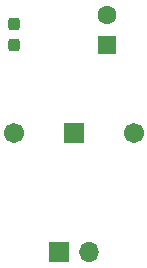
<source format=gbr>
%TF.GenerationSoftware,KiCad,Pcbnew,9.0.1-9.0.1-0~ubuntu24.04.1*%
%TF.CreationDate,2025-04-06T11:06:09+01:00*%
%TF.ProjectId,AccessibleSwitches,41636365-7373-4696-926c-655377697463,rev?*%
%TF.SameCoordinates,Original*%
%TF.FileFunction,Soldermask,Top*%
%TF.FilePolarity,Negative*%
%FSLAX46Y46*%
G04 Gerber Fmt 4.6, Leading zero omitted, Abs format (unit mm)*
G04 Created by KiCad (PCBNEW 9.0.1-9.0.1-0~ubuntu24.04.1) date 2025-04-06 11:06:09*
%MOMM*%
%LPD*%
G01*
G04 APERTURE LIST*
G04 Aperture macros list*
%AMRoundRect*
0 Rectangle with rounded corners*
0 $1 Rounding radius*
0 $2 $3 $4 $5 $6 $7 $8 $9 X,Y pos of 4 corners*
0 Add a 4 corners polygon primitive as box body*
4,1,4,$2,$3,$4,$5,$6,$7,$8,$9,$2,$3,0*
0 Add four circle primitives for the rounded corners*
1,1,$1+$1,$2,$3*
1,1,$1+$1,$4,$5*
1,1,$1+$1,$6,$7*
1,1,$1+$1,$8,$9*
0 Add four rect primitives between the rounded corners*
20,1,$1+$1,$2,$3,$4,$5,0*
20,1,$1+$1,$4,$5,$6,$7,0*
20,1,$1+$1,$6,$7,$8,$9,0*
20,1,$1+$1,$8,$9,$2,$3,0*%
G04 Aperture macros list end*
%ADD10C,1.701800*%
%ADD11R,1.701800X1.701800*%
%ADD12RoundRect,0.237500X0.237500X-0.300000X0.237500X0.300000X-0.237500X0.300000X-0.237500X-0.300000X0*%
%ADD13R,1.600000X1.600000*%
%ADD14C,1.600000*%
%ADD15R,1.700000X1.700000*%
%ADD16O,1.700000X1.700000*%
G04 APERTURE END LIST*
D10*
%TO.C,SW1*%
X143602379Y-91000000D03*
D11*
X148682379Y-91000000D03*
D10*
X153762379Y-91000000D03*
%TD*%
D12*
%TO.C,C1*%
X143600000Y-83500000D03*
X143600000Y-81775000D03*
%TD*%
D13*
%TO.C,C2*%
X151500000Y-83500000D03*
D14*
X151500000Y-81000000D03*
%TD*%
D15*
%TO.C,J1*%
X147432379Y-101000000D03*
D16*
X149972379Y-101000000D03*
%TD*%
M02*

</source>
